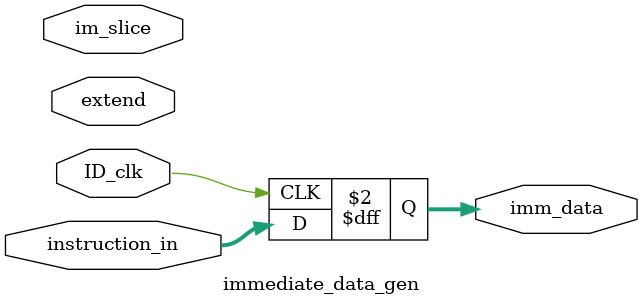
<source format=v>
`timescale 1ns / 1ps


module immediate_data_gen(
    input ID_clk,
    input [1:0] extend,
    input [2:0] im_slice,
    input [31:0] instruction_in,
    output reg [31:0] imm_data
    );
    
    always @(posedge ID_clk)
        begin
            imm_data<= instruction_in; //set the proper bit pattern
        end
        
endmodule

</source>
